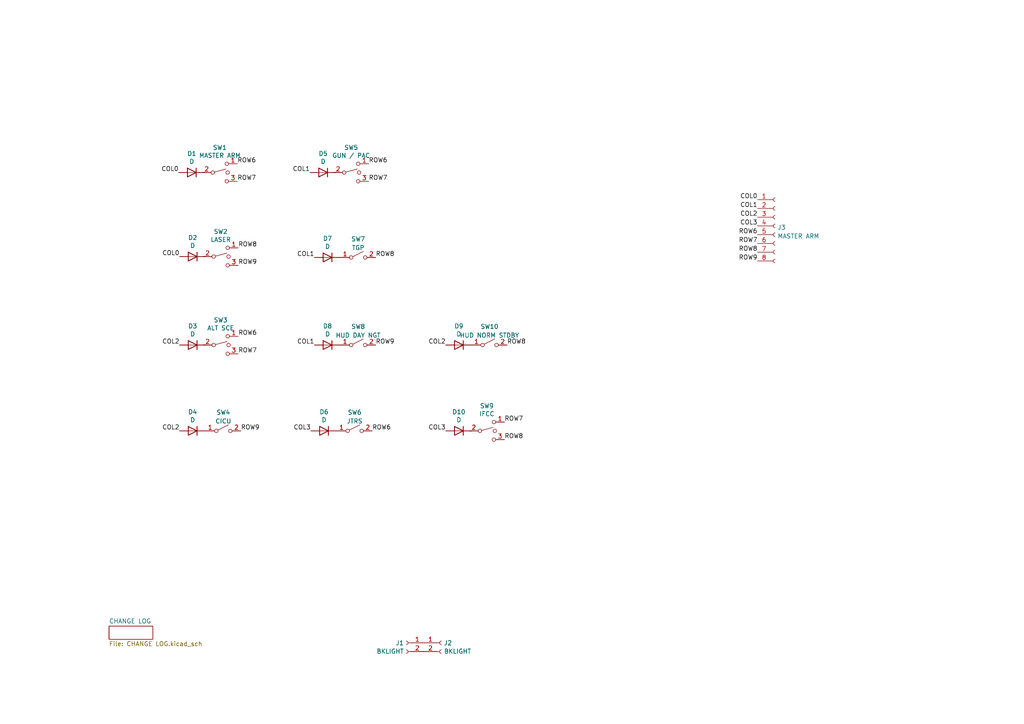
<source format=kicad_sch>
(kicad_sch (version 20230121) (generator eeschema)
  (paper "A4")
  (lib_symbols
    (symbol "Connector:Conn_01x02_Socket" (pin_names (offset 1.016) hide)
      (property "Reference" "J" (at 0 2.54 0))
      (property "Value" "Conn_01x02_Socket" (at 0 -5.08 0))
      (symbol "Conn_01x02_Socket_1_1"
        (arc (start 0 -2.032) (mid -0.5058 -2.54) (end 0 -3.048) (stroke (width 0.1524)))
        (polyline (pts (xy -1.27 -2.54) (xy -0.508 -2.54)) (stroke (width 0.1524)))
        (polyline (pts (xy -1.27 0) (xy -0.508 0)) (stroke (width 0.1524)))
        (arc (start 0 0.508) (mid -0.5058 0) (end 0 -0.508) (stroke (width 0.1524)))
        (pin passive line (at -5.08 0 0) (length 3.81) (name "Pin_1") (number "1"))
        (pin passive line (at -5.08 -2.54 0) (length 3.81) (name "Pin_2") (number "2"))
      )
    )
    (symbol "Connector:Conn_01x08_Female" (pin_names (offset 1.016) hide)
      (property "Reference" "J" (at 0 10.16 0))
      (property "Value" "Conn_01x08_Female" (at 0 -12.7 0))
      (symbol "Conn_01x08_Female_1_1"
        (arc (start 0 -9.652) (mid -0.5058 -10.16) (end 0 -10.668) (stroke (width 0.1524)))
        (arc (start 0 -7.112) (mid -0.5058 -7.62) (end 0 -8.128) (stroke (width 0.1524)))
        (arc (start 0 -4.572) (mid -0.5058 -5.08) (end 0 -5.588) (stroke (width 0.1524)))
        (arc (start 0 -2.032) (mid -0.5058 -2.54) (end 0 -3.048) (stroke (width 0.1524)))
        (polyline (pts (xy -1.27 -10.16) (xy -0.508 -10.16)) (stroke (width 0.1524)))
        (polyline (pts (xy -1.27 -7.62) (xy -0.508 -7.62)) (stroke (width 0.1524)))
        (polyline (pts (xy -1.27 -5.08) (xy -0.508 -5.08)) (stroke (width 0.1524)))
        (polyline (pts (xy -1.27 -2.54) (xy -0.508 -2.54)) (stroke (width 0.1524)))
        (polyline (pts (xy -1.27 0) (xy -0.508 0)) (stroke (width 0.1524)))
        (polyline (pts (xy -1.27 2.54) (xy -0.508 2.54)) (stroke (width 0.1524)))
        (polyline (pts (xy -1.27 5.08) (xy -0.508 5.08)) (stroke (width 0.1524)))
        (polyline (pts (xy -1.27 7.62) (xy -0.508 7.62)) (stroke (width 0.1524)))
        (arc (start 0 0.508) (mid -0.5058 0) (end 0 -0.508) (stroke (width 0.1524)))
        (arc (start 0 3.048) (mid -0.5058 2.54) (end 0 2.032) (stroke (width 0.1524)))
        (arc (start 0 5.588) (mid -0.5058 5.08) (end 0 4.572) (stroke (width 0.1524)))
        (arc (start 0 8.128) (mid -0.5058 7.62) (end 0 7.112) (stroke (width 0.1524)))
        (pin passive line (at -5.08 7.62 0) (length 3.81) (name "Pin_1") (number "1"))
        (pin passive line (at -5.08 5.08 0) (length 3.81) (name "Pin_2") (number "2"))
        (pin passive line (at -5.08 2.54 0) (length 3.81) (name "Pin_3") (number "3"))
        (pin passive line (at -5.08 0 0) (length 3.81) (name "Pin_4") (number "4"))
        (pin passive line (at -5.08 -2.54 0) (length 3.81) (name "Pin_5") (number "5"))
        (pin passive line (at -5.08 -5.08 0) (length 3.81) (name "Pin_6") (number "6"))
        (pin passive line (at -5.08 -7.62 0) (length 3.81) (name "Pin_7") (number "7"))
        (pin passive line (at -5.08 -10.16 0) (length 3.81) (name "Pin_8") (number "8"))
      )
    )
    (symbol "Device:D" (pin_numbers hide) (pin_names (offset 1.016) hide)
      (property "Reference" "D" (at 0 2.54 0))
      (property "Value" "D" (at 0 -2.54 0))
      (symbol "D_0_1"
        (polyline (pts (xy -1.27 1.27) (xy -1.27 -1.27)) (stroke (width 0.254)))
        (polyline (pts (xy 1.27 0) (xy -1.27 0)))
        (polyline (pts (xy 1.27 1.27) (xy 1.27 -1.27) (xy -1.27 0) (xy 1.27 1.27)) (stroke (width 0.254)))
      )
      (symbol "D_1_1"
        (pin passive line (at -3.81 0 0) (length 2.54) (name "K") (number "1"))
        (pin passive line (at 3.81 0 180) (length 2.54) (name "A") (number "2"))
      )
    )
    (symbol "Switch:SW_SPDT_MSM" (pin_names (offset 0) hide)
      (property "Reference" "SW" (at 0 5.08 0))
      (property "Value" "SW_SPDT_MSM" (at 0 -5.08 0))
      (symbol "SW_SPDT_MSM_0_0"
        (circle (center -2.032 0) (radius 0.508))
        (polyline (pts (xy -1.524 0.127) (xy 1.778 1.016)))
        (circle (center 2.032 -2.54) (radius 0.508))
      )
      (symbol "SW_SPDT_MSM_0_1"
        (circle (center 2.032 2.54) (radius 0.508))
        (circle (center 2.286 0) (radius 0.508))
      )
      (symbol "SW_SPDT_MSM_1_1"
        (pin passive line (at 5.08 2.54 180) (length 2.54) (name "1") (number "1"))
        (pin passive line (at -5.08 0 0) (length 2.54) (name "2") (number "2"))
        (pin passive line (at 5.08 -2.54 180) (length 2.54) (name "3") (number "3"))
      )
    )
    (symbol "Switch:SW_SPST" (pin_names (offset 0) hide)
      (property "Reference" "SW" (at 0 3.175 0))
      (property "Value" "SW_SPST" (at 0 -2.54 0))
      (symbol "SW_SPST_0_0"
        (circle (center -2.032 0) (radius 0.508))
        (polyline (pts (xy -1.524 0.254) (xy 1.524 1.778)))
        (circle (center 2.032 0) (radius 0.508))
      )
      (symbol "SW_SPST_1_1"
        (pin passive line (at -5.08 0 0) (length 2.54) (name "A") (number "1"))
        (pin passive line (at 5.08 0 180) (length 2.54) (name "B") (number "2"))
      )
    )
  )
  (wire (pts (xy 136.906 124.968) (xy 136.144 124.968)))
  (wire (pts (xy 59.436 50.038) (xy 58.674 50.038)))
  (wire (pts (xy 59.69 74.422) (xy 58.928 74.422)))
  (wire (pts (xy 97.536 50.038) (xy 96.774 50.038)))
  (wire (pts (xy 59.69 100.076) (xy 58.928 100.076)))
  (label "ROW8" (at 147.066 100.076 0))
  (label "COL2" (at 52.07 100.076 180))
  (label "ROW6" (at 69.088 97.536 0))
  (label "COL2" (at 52.07 124.968 180))
  (label "COL3" (at 90.17 124.968 180))
  (label "COL1" (at 219.71 60.452 180))
  (label "COL2" (at 129.286 100.076 180))
  (label "ROW8" (at 69.088 71.882 0))
  (label "ROW6" (at 219.71 68.072 180))
  (label "COL0" (at 219.71 57.912 180))
  (label "COL1" (at 89.916 50.038 180))
  (label "ROW7" (at 69.088 102.616 0))
  (label "ROW7" (at 68.834 52.578 0))
  (label "COL3" (at 219.71 65.532 180))
  (label "COL0" (at 52.07 74.422 180))
  (label "ROW8" (at 146.304 127.508 0))
  (label "ROW9" (at 219.71 75.692 180))
  (label "ROW9" (at 69.85 124.968 0))
  (label "ROW9" (at 69.088 76.962 0))
  (label "ROW7" (at 146.304 122.428 0))
  (label "ROW6" (at 107.95 124.968 0))
  (label "COL3" (at 129.286 124.968 180))
  (label "ROW7" (at 219.71 70.612 180))
  (label "ROW7" (at 106.934 52.578 0))
  (label "COL0" (at 51.816 50.038 180))
  (label "COL1" (at 91.186 100.076 180))
  (label "ROW8" (at 219.71 73.152 180))
  (label "ROW6" (at 68.834 47.498 0))
  (label "ROW9" (at 108.966 100.076 0))
  (label "ROW8" (at 108.966 74.676 0))
  (label "COL1" (at 91.186 74.676 180))
  (label "COL2" (at 219.71 62.992 180))
  (label "ROW6" (at 106.934 47.498 0))
  (symbol (lib_id "Device:D") (at 133.096 124.968 0) (mirror y) (unit 1)
    (property "Reference" "D10" (at 133.096 119.4816 0))
    (property "Value" "D" (at 133.096 121.793 0))
    (property "Footprint" "Diode_THT:D_A-405_P2.54mm_Vertical_AnodeUp" (effects hide))
  )
  (symbol (lib_id "Connector:Conn_01x08_Female") (at 224.79 65.532 0) (unit 1)
    (property "Reference" "J3" (at 225.5012 65.9673 0) (effects (justify left)))
    (property "Value" "MASTER ARM" (at 225.5012 68.5042 0) (effects (justify left)))
    (property "Footprint" "Connector_Molex:Molex_KK-254_AE-6410-08A_1x08_P2.54mm_Vertical" (effects hide))
  )
  (symbol (lib_id "Switch:SW_SPST") (at 103.886 74.676 0) (unit 1)
    (property "Reference" "SW7" (at 103.886 69.3252 0))
    (property "Value" "TGP" (at 103.886 71.8621 0))
    (property "Footprint" "Connector_Molex:Molex_KK-254_AE-6410-02A_1x02_P2.54mm_Vertical" (effects hide))
  )
  (symbol (lib_id "Device:D") (at 93.726 50.038 0) (mirror y) (unit 1)
    (property "Reference" "D5" (at 93.726 44.5516 0))
    (property "Value" "D" (at 93.726 46.863 0))
    (property "Footprint" "Diode_THT:D_A-405_P2.54mm_Vertical_AnodeUp" (effects hide))
  )
  (symbol (lib_id "Device:D") (at 94.996 100.076 0) (mirror y) (unit 1)
    (property "Reference" "D8" (at 94.996 94.5896 0))
    (property "Value" "D" (at 94.996 96.901 0))
    (property "Footprint" "Diode_THT:D_A-405_P2.54mm_Vertical_AnodeUp" (effects hide))
  )
  (symbol (lib_id "Switch:SW_SPDT_MSM") (at 64.008 100.076 0) (unit 1)
    (property "Reference" "SW3" (at 64.008 92.837 0))
    (property "Value" "ALT SCE" (at 64.008 95.1484 0))
    (property "Footprint" "Connector_Molex:Molex_KK-254_AE-6410-03A_1x03_P2.54mm_Vertical" (effects hide))
  )
  (symbol (lib_id "Device:D") (at 133.096 100.076 0) (mirror y) (unit 1)
    (property "Reference" "D9" (at 133.096 94.5896 0))
    (property "Value" "D" (at 133.096 96.901 0))
    (property "Footprint" "Diode_THT:D_A-405_P2.54mm_Vertical_AnodeUp" (effects hide))
  )
  (symbol (lib_id "Switch:SW_SPST") (at 103.886 100.076 0) (unit 1)
    (property "Reference" "SW8" (at 103.886 94.7252 0))
    (property "Value" "HUD DAY NGT" (at 103.886 97.2621 0))
    (property "Footprint" "Connector_Molex:Molex_KK-254_AE-6410-02A_1x02_P2.54mm_Vertical" (effects hide))
  )
  (symbol (lib_id "Switch:SW_SPST") (at 141.986 100.076 0) (unit 1)
    (property "Reference" "SW10" (at 141.986 94.7252 0))
    (property "Value" "HUD NORM STDBY" (at 141.986 97.2621 0))
    (property "Footprint" "Connector_Molex:Molex_KK-254_AE-6410-02A_1x02_P2.54mm_Vertical" (effects hide))
  )
  (symbol (lib_id "Switch:SW_SPST") (at 102.87 124.968 0) (unit 1)
    (property "Reference" "SW6" (at 102.87 119.6172 0))
    (property "Value" "JTRS" (at 102.87 122.1541 0))
    (property "Footprint" "Connector_Molex:Molex_KK-254_AE-6410-02A_1x02_P2.54mm_Vertical" (effects hide))
  )
  (symbol (lib_id "Switch:SW_SPDT_MSM") (at 101.854 50.038 0) (unit 1)
    (property "Reference" "SW5" (at 101.854 42.799 0))
    (property "Value" "GUN / PAC" (at 101.854 45.1104 0))
    (property "Footprint" "Connector_Molex:Molex_KK-254_AE-6410-03A_1x03_P2.54mm_Vertical" (effects hide))
  )
  (symbol (lib_id "Switch:SW_SPDT_MSM") (at 141.224 124.968 0) (unit 1)
    (property "Reference" "SW9" (at 141.224 117.729 0))
    (property "Value" "IFCC" (at 141.224 120.0404 0))
    (property "Footprint" "Connector_Molex:Molex_KK-254_AE-6410-03A_1x03_P2.54mm_Vertical" (effects hide))
  )
  (symbol (lib_id "Connector:Conn_01x02_Socket") (at 117.856 186.436 0) (mirror y) (unit 1)
    (property "Reference" "J1" (at 117.1448 186.4939 0) (effects (justify left)))
    (property "Value" "BKLIGHT" (at 117.1448 188.9181 0) (effects (justify left)))
    (property "Footprint" "Connector_Molex:Molex_KK-254_AE-6410-02A_1x02_P2.54mm_Vertical" (effects hide))
  )
  (symbol (lib_id "Device:D") (at 55.88 100.076 0) (mirror y) (unit 1)
    (property "Reference" "D3" (at 55.88 94.5896 0))
    (property "Value" "D" (at 55.88 96.901 0))
    (property "Footprint" "Diode_THT:D_A-405_P2.54mm_Vertical_AnodeUp" (effects hide))
  )
  (symbol (lib_id "Switch:SW_SPDT_MSM") (at 63.754 50.038 0) (unit 1)
    (property "Reference" "SW1" (at 63.754 42.799 0))
    (property "Value" "MASTER ARM" (at 63.754 45.1104 0))
    (property "Footprint" "Connector_Molex:Molex_KK-254_AE-6410-03A_1x03_P2.54mm_Vertical" (effects hide))
  )
  (symbol (lib_id "Device:D") (at 55.626 50.038 0) (mirror y) (unit 1)
    (property "Reference" "D1" (at 55.626 44.5516 0))
    (property "Value" "D" (at 55.626 46.863 0))
    (property "Footprint" "Diode_THT:D_A-405_P2.54mm_Vertical_AnodeUp" (effects hide))
  )
  (symbol (lib_id "Device:D") (at 93.98 124.968 0) (mirror y) (unit 1)
    (property "Reference" "D6" (at 93.98 119.4816 0))
    (property "Value" "D" (at 93.98 121.793 0))
    (property "Footprint" "Diode_THT:D_A-405_P2.54mm_Vertical_AnodeUp" (effects hide))
  )
  (symbol (lib_id "Device:D") (at 94.996 74.676 0) (mirror y) (unit 1)
    (property "Reference" "D7" (at 94.996 69.1896 0))
    (property "Value" "D" (at 94.996 71.501 0))
    (property "Footprint" "Diode_THT:D_A-405_P2.54mm_Vertical_AnodeUp" (effects hide))
  )
  (symbol (lib_id "Device:D") (at 55.88 124.968 0) (mirror y) (unit 1)
    (property "Reference" "D4" (at 55.88 119.4816 0))
    (property "Value" "D" (at 55.88 121.793 0))
    (property "Footprint" "Diode_THT:D_A-405_P2.54mm_Vertical_AnodeUp" (effects hide))
  )
  (symbol (lib_id "Device:D") (at 55.88 74.422 0) (mirror y) (unit 1)
    (property "Reference" "D2" (at 55.88 68.9356 0))
    (property "Value" "D" (at 55.88 71.247 0))
    (property "Footprint" "Diode_THT:D_A-405_P2.54mm_Vertical_AnodeUp" (effects hide))
  )
  (symbol (lib_id "Switch:SW_SPDT_MSM") (at 64.008 74.422 0) (unit 1)
    (property "Reference" "SW2" (at 64.008 67.183 0))
    (property "Value" "LASER" (at 64.008 69.4944 0))
    (property "Footprint" "Connector_Molex:Molex_KK-254_AE-6410-03A_1x03_P2.54mm_Vertical" (effects hide))
  )
  (symbol (lib_id "Switch:SW_SPST") (at 64.77 124.968 0) (unit 1)
    (property "Reference" "SW4" (at 64.77 119.6172 0))
    (property "Value" "CICU" (at 64.77 122.1541 0))
    (property "Footprint" "Connector_Molex:Molex_KK-254_AE-6410-02A_1x02_P2.54mm_Vertical" (effects hide))
  )
  (symbol (lib_id "Connector:Conn_01x02_Socket") (at 128.016 186.436 0) (unit 1)
    (property "Reference" "J2" (at 128.7272 186.4939 0) (effects (justify left)))
    (property "Value" "BKLIGHT" (at 128.7272 188.9181 0) (effects (justify left)))
    (property "Footprint" "Connector_Molex:Molex_KK-254_AE-6410-02A_1x02_P2.54mm_Vertical" (effects hide))
  )
  (sheet (at 31.623 181.61) (size 12.7 3.81) (stroke (width 0.1524))
    (property "Sheetname" "CHANGE LOG" (at 31.623 180.8984 0) (effects (justify left bottom)))
    (property "Sheetfile" "CHANGE LOG.kicad_sch" (at 31.623 186.0046 0) (effects (justify left top)))
  )
)
</source>
